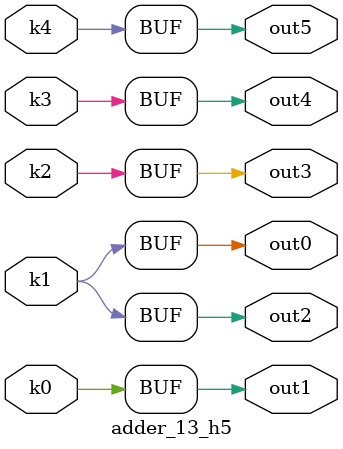
<source format=v>
module adder_13(pi00, pi01, pi02, pi03, pi04, pi05, pi06, pi07, pi08, pi09, po0, po1, po2, po3, po4, po5);
input pi00, pi01, pi02, pi03, pi04, pi05, pi06, pi07, pi08, pi09;
output po0, po1, po2, po3, po4, po5;
wire k0, k1, k2, k3, k4;
adder_13_w5 DUT1 (pi00, pi01, pi02, pi03, pi04, pi05, pi06, pi07, pi08, pi09, k0, k1, k2, k3, k4);
adder_13_h5 DUT2 (k0, k1, k2, k3, k4, po0, po1, po2, po3, po4, po5);
endmodule

module adder_13_w5(in9, in8, in7, in6, in5, in4, in3, in2, in1, in0, k4, k3, k2, k1, k0);
input in9, in8, in7, in6, in5, in4, in3, in2, in1, in0;
output k4, k3, k2, k1, k0;
assign k0 =   ((~in6 | ~in2) & (((~in7 | ~in3) & (((~in8 | ~in4) & ((~in9 & (in1 | ~in5)) | (~in0 & ~in5))) | (~in8 & ~in4))) | (~in7 & ~in3))) | (~in6 & ~in2);
assign k1 =   ((~in6 ^ in2) & (((~in7 | ~in3) & (((~in8 | ~in4) & ((~in9 & (in1 | ~in5)) | (~in0 & ~in5))) | (~in8 & ~in4))) | (~in7 & ~in3))) | ((in6 ^ in2) & ((in7 & in3) | ((in7 | in3) & ((in8 & in4) | ((in8 | in4) & ((~in1 & in5) | (in9 & (in0 | in5))))))));
assign k2 =   ((~in7 ^ in3) & (((~in8 | ~in4) & ((~in9 & (in1 | ~in5)) | (~in0 & ~in5))) | (~in8 & ~in4))) | ((in7 ^ in3) & ((in8 & in4) | ((in8 | in4) & ((~in1 & in5) | (in9 & (in0 | in5))))));
assign k3 =   ((~in8 ^ in4) & ((~in9 & (in1 | ~in5)) | (~in0 & ~in5))) | ((in8 ^ in4) & ((~in1 & in5) | (in9 & (in0 | in5))));
assign k4 =   in9 ? (in5 ? in1 : in0) : (in5 ? ~in1 : ~in0);
endmodule

module adder_13_h5(k4, k3, k2, k1, k0, out5, out4, out3, out2, out1, out0);
input k4, k3, k2, k1, k0;
output out5, out4, out3, out2, out1, out0;
assign out0 = k1;
assign out1 = k0;
assign out2 = k1;
assign out3 = k2;
assign out4 = k3;
assign out5 = k4;
endmodule

</source>
